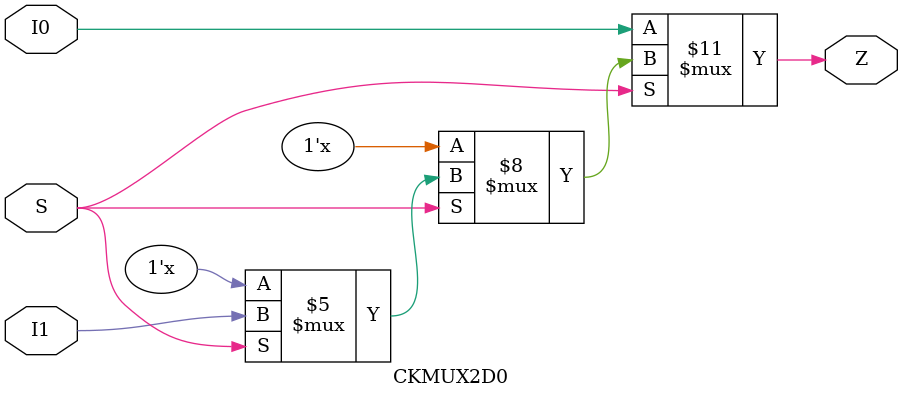
<source format=v>

`timescale 1ns/1ps

module DEL0 (I, Z);
    input wire I;
    output wire Z;
    
    //assign #1ns Z = I;
    assign Z = I;
    
endmodule

module DEL1 (I, Z);
    input wire I;
    output wire Z;
    
    assign Z = I;
    
endmodule

module DEL01 (I, Z);
    input wire I;
    output wire Z;
    
    assign Z = I;
    
endmodule

module CKMUX2D0 (I0, I1, S, Z);
    input wire I0, I1, S;
    output Z;
    
    reg Z;    
    always@(*) begin
        if (S==1'b0)
            Z = I0;
        else if (S==1'b1)
            Z = I1;
        else
            Z = 1'bx;
    end        

endmodule 


</source>
